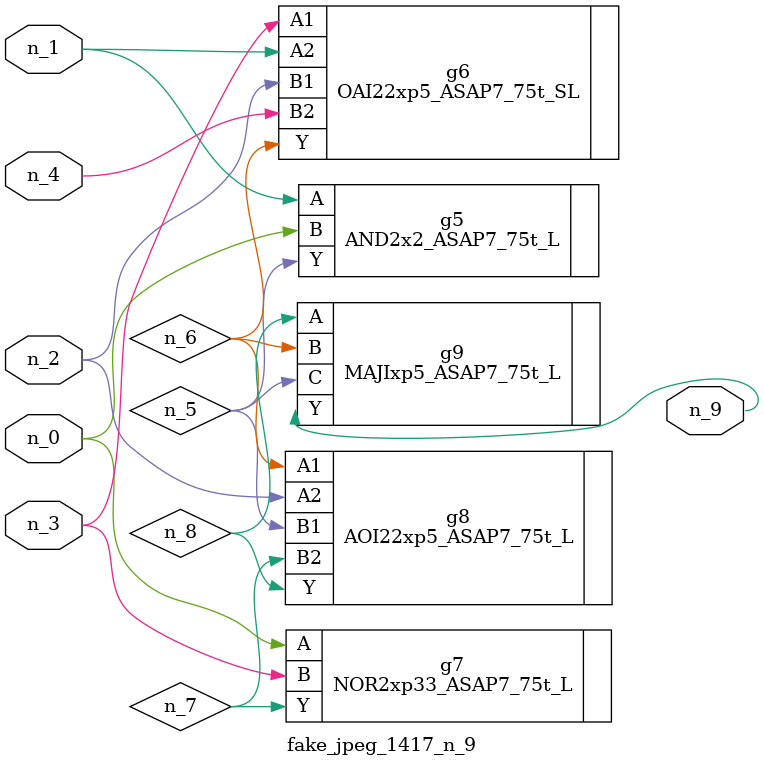
<source format=v>
module fake_jpeg_1417_n_9 (n_3, n_2, n_1, n_0, n_4, n_9);

input n_3;
input n_2;
input n_1;
input n_0;
input n_4;

output n_9;

wire n_8;
wire n_6;
wire n_5;
wire n_7;

AND2x2_ASAP7_75t_L g5 ( 
.A(n_1),
.B(n_0),
.Y(n_5)
);

OAI22xp5_ASAP7_75t_SL g6 ( 
.A1(n_3),
.A2(n_1),
.B1(n_2),
.B2(n_4),
.Y(n_6)
);

NOR2xp33_ASAP7_75t_L g7 ( 
.A(n_0),
.B(n_3),
.Y(n_7)
);

AOI22xp5_ASAP7_75t_L g8 ( 
.A1(n_6),
.A2(n_2),
.B1(n_5),
.B2(n_7),
.Y(n_8)
);

MAJIxp5_ASAP7_75t_L g9 ( 
.A(n_8),
.B(n_6),
.C(n_5),
.Y(n_9)
);


endmodule
</source>
